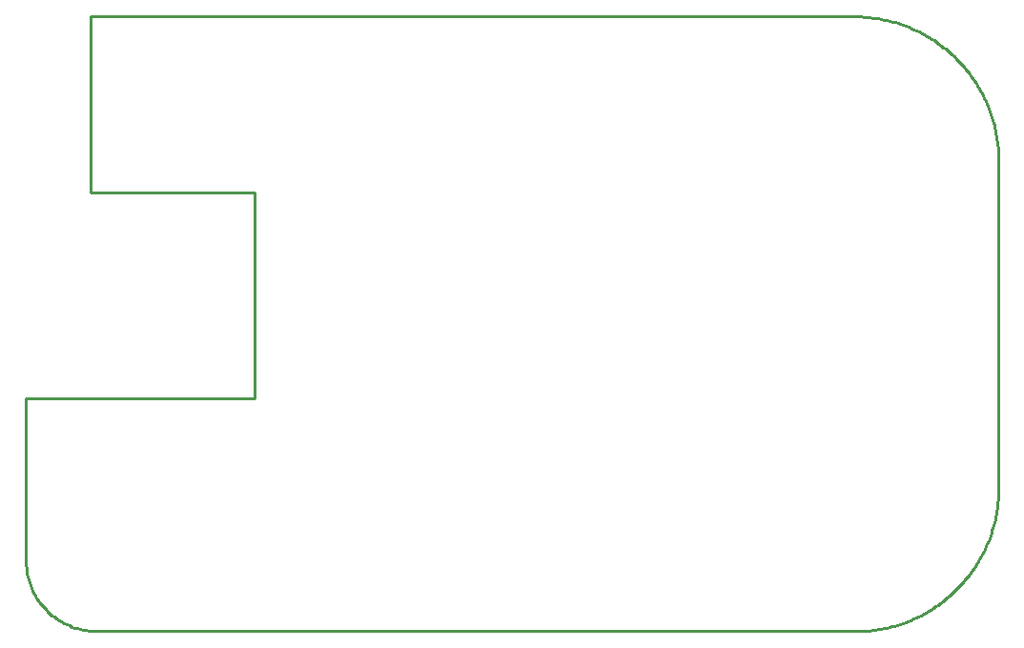
<source format=gko>
G04 Layer_Color=16711935*
%FSLAX25Y25*%
%MOIN*%
G70*
G01*
G75*
%ADD45C,0.01000*%
D45*
X100000Y125000D02*
X100010Y123990D01*
X100062Y122982D01*
X100155Y121977D01*
X100288Y120976D01*
X100462Y119981D01*
X100677Y118995D01*
X100932Y118018D01*
X101226Y117052D01*
X101560Y116099D01*
X101932Y115161D01*
X102342Y114238D01*
X102789Y113333D01*
X103273Y112447D01*
X103793Y111581D01*
X104347Y110737D01*
X104936Y109917D01*
X105557Y109121D01*
X106211Y108351D01*
X106895Y107609D01*
X107609Y106895D01*
X108351Y106211D01*
X109121Y105557D01*
X109917Y104936D01*
X110737Y104347D01*
X111581Y103793D01*
X112447Y103273D01*
X113333Y102789D01*
X114238Y102342D01*
X115161Y101932D01*
X116099Y101560D01*
X117052Y101226D01*
X118018Y100932D01*
X118995Y100677D01*
X119981Y100462D01*
X120976Y100288D01*
X121977Y100155D01*
X122982Y100062D01*
X123990Y100010D01*
X125000Y100000D01*
X390000D02*
X390994Y100010D01*
X391988Y100040D01*
X392981Y100089D01*
X393973Y100158D01*
X394963Y100247D01*
X395951Y100355D01*
X396937Y100484D01*
X397920Y100631D01*
X398900Y100798D01*
X399876Y100985D01*
X400849Y101191D01*
X401817Y101417D01*
X402781Y101661D01*
X403740Y101925D01*
X404693Y102208D01*
X405640Y102509D01*
X406581Y102829D01*
X407516Y103168D01*
X408443Y103526D01*
X409364Y103902D01*
X410277Y104296D01*
X411181Y104708D01*
X412078Y105138D01*
X412965Y105586D01*
X413844Y106051D01*
X414713Y106534D01*
X415572Y107034D01*
X416421Y107551D01*
X417260Y108085D01*
X418088Y108635D01*
X418905Y109202D01*
X419710Y109784D01*
X420504Y110383D01*
X421286Y110997D01*
X422055Y111627D01*
X422812Y112272D01*
X423555Y112932D01*
X424286Y113606D01*
X425002Y114295D01*
X425705Y114998D01*
X426394Y115715D01*
X427069Y116445D01*
X427729Y117189D01*
X428373Y117946D01*
X429003Y118715D01*
X429618Y119497D01*
X430216Y120290D01*
X430799Y121096D01*
X431365Y121913D01*
X431916Y122741D01*
X432449Y123579D01*
X432966Y124429D01*
X433466Y125288D01*
X433949Y126157D01*
X434414Y127036D01*
X434862Y127923D01*
X435292Y128820D01*
X435704Y129724D01*
X436098Y130637D01*
X436474Y131557D01*
X436832Y132485D01*
X437171Y133420D01*
X437491Y134361D01*
X437793Y135308D01*
X438075Y136261D01*
X438339Y137220D01*
X438584Y138183D01*
X438809Y139152D01*
X439015Y140124D01*
X439202Y141101D01*
X439369Y142081D01*
X439517Y143064D01*
X439645Y144050D01*
X439753Y145038D01*
X439842Y146028D01*
X439911Y147020D01*
X439960Y148013D01*
X439990Y149007D01*
X440000Y150000D01*
Y265000D02*
X439983Y266005D01*
X439946Y267009D01*
X439888Y268012D01*
X439811Y269014D01*
X439714Y270015D01*
X439597Y271013D01*
X439459Y272008D01*
X439302Y273001D01*
X439126Y273990D01*
X438929Y274976D01*
X438713Y275957D01*
X438478Y276934D01*
X438223Y277906D01*
X437948Y278873D01*
X437655Y279834D01*
X437342Y280789D01*
X437010Y281738D01*
X436660Y282680D01*
X436290Y283614D01*
X435902Y284541D01*
X435496Y285460D01*
X435072Y286371D01*
X434629Y287273D01*
X434168Y288167D01*
X433690Y289050D01*
X433194Y289925D01*
X432681Y290789D01*
X432151Y291642D01*
X431603Y292485D01*
X431039Y293317D01*
X430459Y294137D01*
X429862Y294946D01*
X429249Y295742D01*
X428621Y296527D01*
X427977Y297298D01*
X427318Y298057D01*
X426643Y298802D01*
X425954Y299533D01*
X425251Y300251D01*
X424533Y300954D01*
X423802Y301643D01*
X423057Y302318D01*
X422298Y302977D01*
X421527Y303621D01*
X420742Y304250D01*
X419946Y304862D01*
X419137Y305459D01*
X418317Y306039D01*
X417485Y306603D01*
X416642Y307151D01*
X415789Y307681D01*
X414924Y308194D01*
X414050Y308690D01*
X413167Y309168D01*
X412273Y309629D01*
X411371Y310071D01*
X410460Y310496D01*
X409541Y310902D01*
X408614Y311290D01*
X407680Y311660D01*
X406738Y312010D01*
X405789Y312342D01*
X404834Y312655D01*
X403873Y312948D01*
X402906Y313223D01*
X401934Y313478D01*
X400957Y313713D01*
X399976Y313929D01*
X398990Y314126D01*
X398001Y314302D01*
X397008Y314459D01*
X396013Y314597D01*
X395015Y314714D01*
X394014Y314811D01*
X393012Y314888D01*
X392009Y314946D01*
X391005Y314983D01*
X390000Y315000D01*
X100000Y181500D02*
X180000D01*
Y253500D01*
X122500D02*
X180000D01*
X122500D02*
Y315000D01*
X100000Y125000D02*
Y181500D01*
X125000Y100000D02*
X390000D01*
X122500Y315000D02*
X390000D01*
X440000Y150000D02*
Y265000D01*
M02*

</source>
